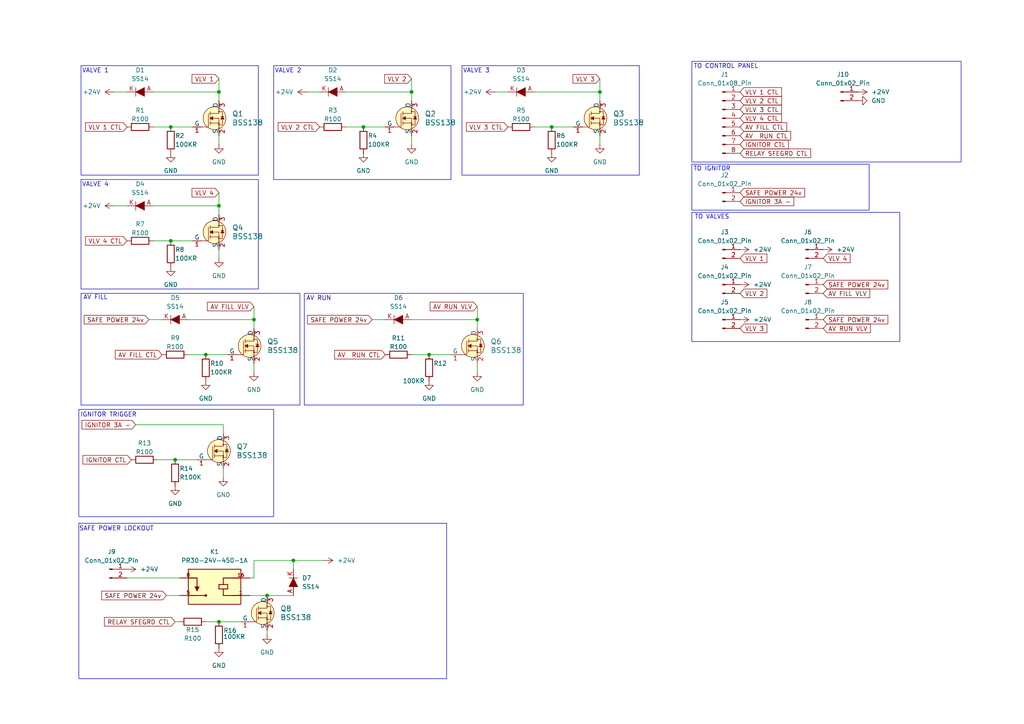
<source format=kicad_sch>
(kicad_sch (version 20250114) (generator "eeschema") (generator_version "9.0")
  (paper "A4")
  (lib_symbols
    (symbol "Connector:Conn_01x02_Pin" (pin_names (offset 1.016) (hide yes))
      (property "Reference" "J" (at 0 2.54 0))
      (property "Value" "Conn_01x02_Pin" (at 0 -5.08 0))
      (symbol "Conn_01x02_Pin_1_1"
        (rectangle (start 0.8636 0.127) (end 0 -0.127) (stroke (width 0.1524)) (fill (type outline)))
        (rectangle (start 0.8636 -2.413) (end 0 -2.667) (stroke (width 0.1524)) (fill (type outline)))
        (polyline (pts (xy 1.27 0) (xy 0.8636 0)) (stroke (width 0.1524)))
        (polyline (pts (xy 1.27 -2.54) (xy 0.8636 -2.54)) (stroke (width 0.1524)))
        (pin passive line (at 5.08 0 180) (length 3.81) (name "Pin_1") (number "1"))
        (pin passive line (at 5.08 -2.54 180) (length 3.81) (name "Pin_2") (number "2"))
      )
    )
    (symbol "Connector:Conn_01x08_Pin" (pin_names (offset 1.016) (hide yes))
      (property "Reference" "J" (at 0 10.16 0))
      (property "Value" "Conn_01x08_Pin" (at 0 -12.7 0))
      (symbol "Conn_01x08_Pin_1_1"
        (rectangle (start 0.8636 7.747) (end 0 7.493) (stroke (width 0.1524)) (fill (type outline)))
        (rectangle (start 0.8636 5.207) (end 0 4.953) (stroke (width 0.1524)) (fill (type outline)))
        (rectangle (start 0.8636 2.667) (end 0 2.413) (stroke (width 0.1524)) (fill (type outline)))
        (rectangle (start 0.8636 0.127) (end 0 -0.127) (stroke (width 0.1524)) (fill (type outline)))
        (rectangle (start 0.8636 -2.413) (end 0 -2.667) (stroke (width 0.1524)) (fill (type outline)))
        (rectangle (start 0.8636 -4.953) (end 0 -5.207) (stroke (width 0.1524)) (fill (type outline)))
        (rectangle (start 0.8636 -7.493) (end 0 -7.747) (stroke (width 0.1524)) (fill (type outline)))
        (rectangle (start 0.8636 -10.033) (end 0 -10.287) (stroke (width 0.1524)) (fill (type outline)))
        (polyline (pts (xy 1.27 7.62) (xy 0.8636 7.62)) (stroke (width 0.1524)))
        (polyline (pts (xy 1.27 5.08) (xy 0.8636 5.08)) (stroke (width 0.1524)))
        (polyline (pts (xy 1.27 2.54) (xy 0.8636 2.54)) (stroke (width 0.1524)))
        (polyline (pts (xy 1.27 0) (xy 0.8636 0)) (stroke (width 0.1524)))
        (polyline (pts (xy 1.27 -2.54) (xy 0.8636 -2.54)) (stroke (width 0.1524)))
        (polyline (pts (xy 1.27 -5.08) (xy 0.8636 -5.08)) (stroke (width 0.1524)))
        (polyline (pts (xy 1.27 -7.62) (xy 0.8636 -7.62)) (stroke (width 0.1524)))
        (polyline (pts (xy 1.27 -10.16) (xy 0.8636 -10.16)) (stroke (width 0.1524)))
        (pin passive line (at 5.08 7.62 180) (length 3.81) (name "Pin_1") (number "1"))
        (pin passive line (at 5.08 5.08 180) (length 3.81) (name "Pin_2") (number "2"))
        (pin passive line (at 5.08 2.54 180) (length 3.81) (name "Pin_3") (number "3"))
        (pin passive line (at 5.08 0 180) (length 3.81) (name "Pin_4") (number "4"))
        (pin passive line (at 5.08 -2.54 180) (length 3.81) (name "Pin_5") (number "5"))
        (pin passive line (at 5.08 -5.08 180) (length 3.81) (name "Pin_6") (number "6"))
        (pin passive line (at 5.08 -7.62 180) (length 3.81) (name "Pin_7") (number "7"))
        (pin passive line (at 5.08 -10.16 180) (length 3.81) (name "Pin_8") (number "8"))
      )
    )
    (symbol "Device:R" (pin_numbers (hide yes)) (pin_names (offset 0))
      (property "Reference" "R" (at 2.032 0 90))
      (property "Value" "R" (at 0 0 90))
      (symbol "R_0_1"
        (rectangle (start -1.016 -2.54) (end 1.016 2.54) (stroke (width 0.254)))
      )
      (symbol "R_1_1"
        (pin passive line (at 0 3.81 270) (length 1.27) (name "~") (number "1"))
        (pin passive line (at 0 -3.81 90) (length 1.27) (name "~") (number "2"))
      )
    )
    (symbol "PR30-24V-450-1A:PR30-24V-450-1A" (pin_names (offset 1.016))
      (property "Reference" "K" (at -7.62 6.35 0))
      (property "Value" "PR30-24V-450-1A" (at -7.62 -7.62 0))
      (symbol "PR30-24V-450-1A_0_0"
        (polyline (pts (xy -7.62 2.54) (xy -2.54 2.54)) (stroke (width 0.254)))
        (polyline (pts (xy -7.62 -2.54) (xy -2.54 -2.54)) (stroke (width 0.254)))
        (rectangle (start -7.62 -5.08) (end 7.62 5.08) (stroke (width 0.254)) (fill (type background)))
        (polyline (pts (xy -3.81 0.635) (xy -2.54 0.635)) (stroke (width 0.254)))
        (polyline (pts (xy -3.81 -0.635) (xy -3.81 0.635)) (stroke (width 0.254)))
        (polyline (pts (xy -2.54 2.54) (xy -2.54 0.635)) (stroke (width 0.254)))
        (polyline (pts (xy -2.54 0.635) (xy -1.27 0.635)) (stroke (width 0.254)))
        (polyline (pts (xy -2.54 -0.635) (xy -3.81 -0.635)) (stroke (width 0.254)))
        (polyline (pts (xy -2.54 -0.635) (xy -2.54 -2.54)) (stroke (width 0.254)))
        (polyline (pts (xy -1.27 0.635) (xy -1.27 -0.635)) (stroke (width 0.254)))
        (polyline (pts (xy -1.27 -0.635) (xy -2.54 -0.635)) (stroke (width 0.254)))
        (circle (center 2.54 2.54) (radius 0.254) (stroke (width 0.254)))
        (polyline (pts (xy 4.445 0) (xy 5.715 0) (xy 5.08 1.27) (xy 4.445 0)) (stroke (width 0.1524)) (fill (type outline)))
        (polyline (pts (xy 5.08 -2.54) (xy 5.08 0)) (stroke (width 0.254)))
        (polyline (pts (xy 7.62 2.54) (xy 2.54 2.54)) (stroke (width 0.254)))
        (polyline (pts (xy 7.62 -2.54) (xy 5.08 -2.54)) (stroke (width 0.254)))
        (pin passive line (at -10.16 2.54 0) (length 5.08) (name "~") (number "1"))
        (pin passive line (at -10.16 -2.54 0) (length 5.08) (name "~") (number "16"))
        (pin passive line (at 10.16 2.54 180) (length 5.08) (name "~") (number "5"))
        (pin passive line (at 10.16 -2.54 180) (length 5.08) (name "~") (number "8"))
      )
    )
    (symbol "dk_Diodes-Rectifiers-Single:SS14" (pin_names (offset 1.016))
      (property "Reference" "D" (at 1.27 2.54 0))
      (property "Value" "SS14" (at 1.27 -2.54 0))
      (symbol "SS14_0_1"
        (polyline (pts (xy 0 1.27) (xy 0 -1.27)))
        (polyline (pts (xy 0 0) (xy 2.54 0)))
        (polyline (pts (xy 2.54 1.27) (xy 2.54 -1.27) (xy 0 0) (xy 2.54 1.27)) (fill (type outline)))
      )
      (symbol "SS14_1_1"
        (pin passive line (at -2.54 0 0) (length 2.54) (name "~") (number "K"))
        (pin passive line (at 5.08 0 180) (length 2.54) (name "~") (number "A"))
      )
    )
    (symbol "dk_Transistors-FETs-MOSFETs-Single:BSS138" (pin_names (offset 0))
      (property "Reference" "Q" (at -2.6924 3.6322 0))
      (property "Value" "BSS138" (at 3.4544 0 90))
      (symbol "BSS138_0_1"
        (polyline (pts (xy -5.08 -2.54) (xy -3.048 -2.54) (xy -3.048 1.397)))
        (circle (center -1.27 0) (radius 3.302) (fill (type background)))
        (polyline (pts (xy -0.127 -1.905) (xy 1.016 -1.905) (xy 1.016 1.397) (xy 1.016 1.905) (xy -0.127 1.905)))
        (polyline (pts (xy 0 2.54) (xy 0 1.397) (xy -2.54 1.397)))
        (circle (center 0 1.905) (radius 0.127))
        (polyline (pts (xy 0 -1.397) (xy -2.54 -1.397)))
        (circle (center 0 -1.397) (radius 0.127))
        (circle (center 0 -1.905) (radius 0.127))
        (polyline (pts (xy 0 -2.54) (xy 0 0) (xy -2.54 0)))
      )
      (symbol "BSS138_1_1"
        (polyline (pts (xy -2.54 1.905) (xy -2.54 0.889)))
        (polyline (pts (xy -2.54 0) (xy -2.54 0.508)))
        (polyline (pts (xy -2.54 0) (xy -2.54 -0.508)))
        (polyline (pts (xy -2.54 0) (xy -1.778 0.508) (xy -1.778 -0.508) (xy -2.54 0)) (fill (type outline)))
        (polyline (pts (xy -2.54 -1.397) (xy -2.54 -0.889)))
        (polyline (pts (xy -2.54 -1.397) (xy -2.54 -1.905)))
        (polyline (pts (xy 1.016 0.508) (xy 0.508 -0.254) (xy 1.524 -0.254) (xy 1.016 0.508)) (fill (type outline)))
        (polyline (pts (xy 1.524 0.508) (xy 0.508 0.508)))
        (pin bidirectional line (at -7.62 -2.54 0) (length 2.54) (name "G") (number "1"))
        (pin bidirectional line (at 0 5.08 270) (length 2.54) (name "D") (number "3"))
        (pin bidirectional line (at 0 -5.08 90) (length 2.54) (name "S") (number "2"))
      )
    )
    (symbol "power:+24V" (power) (pin_numbers (hide yes)) (pin_names (offset 0) (hide yes))
      (property "Value" "+24V" (at 0 3.556 0))
      (symbol "+24V_0_1"
        (polyline (pts (xy -0.762 1.27) (xy 0 2.54)))
        (polyline (pts (xy 0 2.54) (xy 0.762 1.27)))
        (polyline (pts (xy 0 0) (xy 0 2.54)))
      )
      (symbol "+24V_1_1"
        (pin power_in line (at 0 0 90) (length 0) (name "~") (number "1"))
      )
    )
    (symbol "power:GND" (power) (pin_numbers (hide yes)) (pin_names (offset 0) (hide yes))
      (property "Value" "GND" (at 0 -3.81 0))
      (symbol "GND_0_1"
        (polyline (pts (xy 0 0) (xy 0 -1.27) (xy 1.27 -1.27) (xy 0 -2.54) (xy -1.27 -1.27) (xy 0 -1.27)))
      )
      (symbol "GND_1_1"
        (pin power_in line (at 0 0 270) (length 0) (name "~") (number "1"))
      )
    )
  )
  (rectangle (start 79.375 19.05) (end 130.81 52.07))
  (rectangle (start 22.86 118.745) (end 79.375 149.86))
  (rectangle (start 22.86 151.765) (end 129.54 196.85))
  (rectangle (start 88.265 85.09) (end 151.765 117.475))
  (rectangle (start 23.495 19.05) (end 74.93 50.8))
  (rectangle (start 23.495 85.09) (end 86.995 117.475))
  (rectangle (start 133.985 19.05) (end 185.42 50.8))
  (rectangle (start 200.66 17.78) (end 278.765 46.99))
  (rectangle (start 23.495 52.07) (end 74.93 83.82))
  (rectangle (start 200.66 47.625) (end 252.095 60.96))
  (rectangle (start 200.66 61.595) (end 260.985 99.06))
  (text "AV RUN" (at 92.456 86.614 0) (effects (font (size 1.27 1.27))))
  (text "VALVE 2\n" (at 83.566 20.574 0) (effects (font (size 1.27 1.27))))
  (text "TO VALVES" (at 206.502 62.992 0) (effects (font (size 1.27 1.27))))
  (text "VALVE 3\n" (at 138.176 20.574 0) (effects (font (size 1.27 1.27))))
  (text "SAFE POWER LOCKOUT\n" (at 33.782 153.416 0) (effects (font (size 1.27 1.27))))
  (text "IGNITOR TRIGGER" (at 31.496 120.396 0) (effects (font (size 1.27 1.27))))
  (text "AV FILL\n" (at 27.686 86.36 0) (effects (font (size 1.27 1.27))))
  (text "VALVE 1\n" (at 27.686 20.574 0) (effects (font (size 1.27 1.27))))
  (text "TO CONTROL PANEL\n" (at 210.566 19.304 0) (effects (font (size 1.27 1.27))))
  (text "VALVE 4\n" (at 27.686 53.594 0) (effects (font (size 1.27 1.27))))
  (text "TO IGNITOR\n" (at 206.502 49.022 0) (effects (font (size 1.27 1.27))))
  (junction (at 63.5 26.67))
  (junction (at 50.8 133.35))
  (junction (at 59.69 102.87))
  (junction (at 63.5 59.69))
  (junction (at 124.46 102.87))
  (junction (at 49.53 69.85))
  (junction (at 49.53 36.83))
  (junction (at 138.43 92.71))
  (junction (at 73.66 92.71))
  (junction (at 173.99 26.67))
  (junction (at 85.09 162.56))
  (junction (at 63.5 180.34))
  (junction (at 119.38 26.67))
  (junction (at 77.47 172.72))
  (junction (at 105.41 36.83))
  (junction (at 160.02 36.83))
  (wire (pts (xy 44.45 59.69) (xy 63.5 59.69)))
  (wire (pts (xy 73.66 92.71) (xy 73.66 95.25)))
  (wire (pts (xy 138.43 88.9) (xy 138.43 92.71)))
  (wire (pts (xy 39.37 123.19) (xy 64.77 123.19)))
  (wire (pts (xy 88.9 26.67) (xy 92.71 26.67)))
  (wire (pts (xy 49.53 69.85) (xy 55.88 69.85)))
  (wire (pts (xy 43.18 92.71) (xy 46.99 92.71)))
  (wire (pts (xy 173.99 22.86) (xy 173.99 26.67)))
  (wire (pts (xy 107.95 92.71) (xy 111.76 92.71)))
  (wire (pts (xy 93.98 162.56) (xy 85.09 162.56)))
  (wire (pts (xy 64.77 135.89) (xy 64.77 138.43)))
  (wire (pts (xy 160.02 36.83) (xy 166.37 36.83)))
  (wire (pts (xy 154.94 36.83) (xy 160.02 36.83)))
  (wire (pts (xy 63.5 26.67) (xy 63.5 29.21)))
  (wire (pts (xy 44.45 69.85) (xy 49.53 69.85)))
  (wire (pts (xy 173.99 26.67) (xy 173.99 29.21)))
  (wire (pts (xy 119.38 26.67) (xy 119.38 29.21)))
  (wire (pts (xy 63.5 39.37) (xy 63.5 41.91)))
  (wire (pts (xy 54.61 92.71) (xy 73.66 92.71)))
  (wire (pts (xy 124.46 102.87) (xy 130.81 102.87)))
  (wire (pts (xy 100.33 26.67) (xy 119.38 26.67)))
  (wire (pts (xy 154.94 26.67) (xy 173.99 26.67)))
  (wire (pts (xy 77.47 182.88) (xy 77.47 184.15)))
  (wire (pts (xy 138.43 105.41) (xy 138.43 107.95)))
  (wire (pts (xy 36.83 167.64) (xy 52.07 167.64)))
  (wire (pts (xy 44.45 36.83) (xy 49.53 36.83)))
  (wire (pts (xy 119.38 102.87) (xy 124.46 102.87)))
  (wire (pts (xy 33.02 26.67) (xy 36.83 26.67)))
  (wire (pts (xy 48.26 172.72) (xy 52.07 172.72)))
  (wire (pts (xy 138.43 92.71) (xy 138.43 95.25)))
  (wire (pts (xy 119.38 22.86) (xy 119.38 26.67)))
  (wire (pts (xy 50.8 133.35) (xy 57.15 133.35)))
  (wire (pts (xy 54.61 102.87) (xy 59.69 102.87)))
  (wire (pts (xy 73.66 88.9) (xy 73.66 92.71)))
  (wire (pts (xy 77.47 172.72) (xy 85.09 172.72)))
  (wire (pts (xy 44.45 26.67) (xy 63.5 26.67)))
  (wire (pts (xy 72.39 172.72) (xy 77.47 172.72)))
  (wire (pts (xy 143.51 26.67) (xy 147.32 26.67)))
  (wire (pts (xy 63.5 180.34) (xy 69.85 180.34)))
  (wire (pts (xy 45.72 133.35) (xy 50.8 133.35)))
  (wire (pts (xy 52.07 180.34) (xy 50.8 180.34)))
  (wire (pts (xy 59.69 102.87) (xy 66.04 102.87)))
  (wire (pts (xy 173.99 39.37) (xy 173.99 41.91)))
  (wire (pts (xy 33.02 59.69) (xy 36.83 59.69)))
  (wire (pts (xy 85.09 162.56) (xy 85.09 165.1)))
  (wire (pts (xy 64.77 123.19) (xy 64.77 125.73)))
  (wire (pts (xy 119.38 92.71) (xy 138.43 92.71)))
  (wire (pts (xy 100.33 36.83) (xy 105.41 36.83)))
  (wire (pts (xy 49.53 36.83) (xy 55.88 36.83)))
  (wire (pts (xy 73.66 105.41) (xy 73.66 107.95)))
  (wire (pts (xy 85.09 162.56) (xy 73.66 162.56)))
  (wire (pts (xy 119.38 39.37) (xy 119.38 41.91)))
  (wire (pts (xy 73.66 167.64) (xy 72.39 167.64)))
  (wire (pts (xy 105.41 36.83) (xy 111.76 36.83)))
  (wire (pts (xy 63.5 59.69) (xy 63.5 62.23)))
  (wire (pts (xy 63.5 22.86) (xy 63.5 26.67)))
  (wire (pts (xy 59.69 180.34) (xy 63.5 180.34)))
  (wire (pts (xy 63.5 55.88) (xy 63.5 59.69)))
  (wire (pts (xy 73.66 162.56) (xy 73.66 167.64)))
  (wire (pts (xy 63.5 72.39) (xy 63.5 74.93)))
  (global_label "VLV 2" (shape input) (at 119.38 22.86 180) (property "Intersheetrefs" "${INTERSHEET_REFS}" (effects (hide yes))))
  (global_label "VLV 4" (shape input) (at 238.76 74.93 0) (property "Intersheetrefs" "${INTERSHEET_REFS}" (effects (hide yes))))
  (global_label "SAFE POWER 24v" (shape input) (at 107.95 92.71 180) (property "Intersheetrefs" "${INTERSHEET_REFS}" (effects (hide yes))))
  (global_label "VLV 3" (shape input) (at 173.99 22.86 180) (property "Intersheetrefs" "${INTERSHEET_REFS}" (effects (hide yes))))
  (global_label "AV RUN VLV" (shape input) (at 238.76 95.25 0) (property "Intersheetrefs" "${INTERSHEET_REFS}" (effects (hide yes))))
  (global_label "VLV 2 CTL" (shape input) (at 214.63 29.21 0) (property "Intersheetrefs" "${INTERSHEET_REFS}" (effects (hide yes))))
  (global_label "AV  RUN CTL" (shape input) (at 214.63 39.37 0) (property "Intersheetrefs" "${INTERSHEET_REFS}" (effects (hide yes))))
  (global_label "AV RUN VLV" (shape input) (at 138.43 88.9 180) (property "Intersheetrefs" "${INTERSHEET_REFS}" (effects (hide yes))))
  (global_label "VLV 3" (shape input) (at 214.63 95.25 0) (property "Intersheetrefs" "${INTERSHEET_REFS}" (effects (hide yes))))
  (global_label "VLV 4 CTL" (shape input) (at 36.83 69.85 180) (property "Intersheetrefs" "${INTERSHEET_REFS}" (effects (hide yes))))
  (global_label "IGNITOR CTL" (shape input) (at 38.1 133.35 180) (property "Intersheetrefs" "${INTERSHEET_REFS}" (effects (hide yes))))
  (global_label "RELAY SFEGRD CTL" (shape input) (at 50.8 180.34 180) (property "Intersheetrefs" "${INTERSHEET_REFS}" (effects (hide yes))))
  (global_label "SAFE POWER 24v" (shape input) (at 48.26 172.72 180) (property "Intersheetrefs" "${INTERSHEET_REFS}" (effects (hide yes))))
  (global_label "VLV 4 CTL" (shape input) (at 214.63 34.29 0) (property "Intersheetrefs" "${INTERSHEET_REFS}" (effects (hide yes))))
  (global_label "IGNITOR 3A -" (shape input) (at 39.37 123.19 180) (property "Intersheetrefs" "${INTERSHEET_REFS}" (effects (hide yes))))
  (global_label "VLV 1 CTL" (shape input) (at 214.63 26.67 0) (property "Intersheetrefs" "${INTERSHEET_REFS}" (effects (hide yes))))
  (global_label "VLV 2" (shape input) (at 214.63 85.09 0) (property "Intersheetrefs" "${INTERSHEET_REFS}" (effects (hide yes))))
  (global_label "VLV 1 CTL" (shape input) (at 36.83 36.83 180) (property "Intersheetrefs" "${INTERSHEET_REFS}" (effects (hide yes))))
  (global_label "AV FILL CTL" (shape input) (at 214.63 36.83 0) (property "Intersheetrefs" "${INTERSHEET_REFS}" (effects (hide yes))))
  (global_label "SAFE POWER 24v" (shape input) (at 238.76 82.55 0) (property "Intersheetrefs" "${INTERSHEET_REFS}" (effects (hide yes))))
  (global_label "AV FILL VLV" (shape input) (at 238.76 85.09 0) (property "Intersheetrefs" "${INTERSHEET_REFS}" (effects (hide yes))))
  (global_label "SAFE POWER 24v" (shape input) (at 214.63 55.88 0) (property "Intersheetrefs" "${INTERSHEET_REFS}" (effects (hide yes))))
  (global_label "VLV 3 CTL" (shape input) (at 147.32 36.83 180) (property "Intersheetrefs" "${INTERSHEET_REFS}" (effects (hide yes))))
  (global_label "IGNITOR CTL" (shape input) (at 214.63 41.91 0) (property "Intersheetrefs" "${INTERSHEET_REFS}" (effects (hide yes))))
  (global_label "VLV 2 CTL" (shape input) (at 92.71 36.83 180) (property "Intersheetrefs" "${INTERSHEET_REFS}" (effects (hide yes))))
  (global_label "AV  RUN CTL" (shape input) (at 111.76 102.87 180) (property "Intersheetrefs" "${INTERSHEET_REFS}" (effects (hide yes))))
  (global_label "VLV 1" (shape input) (at 63.5 22.86 180) (property "Intersheetrefs" "${INTERSHEET_REFS}" (effects (hide yes))))
  (global_label "AV FILL CTL" (shape input) (at 46.99 102.87 180) (property "Intersheetrefs" "${INTERSHEET_REFS}" (effects (hide yes))))
  (global_label "SAFE POWER 24v" (shape input) (at 43.18 92.71 180) (property "Intersheetrefs" "${INTERSHEET_REFS}" (effects (hide yes))))
  (global_label "IGNITOR 3A -" (shape input) (at 214.63 58.42 0) (property "Intersheetrefs" "${INTERSHEET_REFS}" (effects (hide yes))))
  (global_label "RELAY SFEGRD CTL" (shape input) (at 214.63 44.45 0) (property "Intersheetrefs" "${INTERSHEET_REFS}" (effects (hide yes))))
  (global_label "SAFE POWER 24v" (shape input) (at 238.76 92.71 0) (property "Intersheetrefs" "${INTERSHEET_REFS}" (effects (hide yes))))
  (global_label "VLV 3 CTL" (shape input) (at 214.63 31.75 0) (property "Intersheetrefs" "${INTERSHEET_REFS}" (effects (hide yes))))
  (global_label "VLV 1" (shape input) (at 214.63 74.93 0) (property "Intersheetrefs" "${INTERSHEET_REFS}" (effects (hide yes))))
  (global_label "AV FILL VLV" (shape input) (at 73.66 88.9 180) (property "Intersheetrefs" "${INTERSHEET_REFS}" (effects (hide yes))))
  (global_label "VLV 4" (shape input) (at 63.5 55.88 180) (property "Intersheetrefs" "${INTERSHEET_REFS}" (effects (hide yes))))
  (symbol (lib_id "dk_Diodes-Rectifiers-Single:SS14") (at 49.53 92.71 0) (unit 1)
    (property "Reference" "D5" (at 50.8 86.36 0))
    (property "Value" "SS14" (at 50.8 88.9 0))
    (property "Footprint" "digikey-footprints:DO-214AC" (effects (hide yes)))
    (property "Datasheet" "https://www.onsemi.com/pub/Collateral/SS19-D.PDF" (effects (hide yes)))
    (property "Description" "DIODE SCHOTTKY 40V 1A SMA" (effects (hide yes)))
    (property "Digi-Key_PN" "SS14CT-ND" (effects (hide yes)))
    (property "MPN" "SS14" (effects (hide yes)))
    (property "Category" "Discrete Semiconductor Products" (effects (hide yes)))
    (property "Family" "Diodes - Rectifiers - Single" (effects (hide yes)))
    (property "DK_Datasheet_Link" "https://www.onsemi.com/pub/Collateral/SS19-D.PDF" (effects (hide yes)))
    (property "DK_Detail_Page" "/product-detail/en/on-semiconductor/SS14/SS14CT-ND/965729" (effects (hide yes)))
    (property "Description_1" "DIODE SCHOTTKY 40V 1A SMA" (effects (hide yes)))
    (property "Manufacturer" "ON Semiconductor" (effects (hide yes)))
    (property "Status" "Active" (effects (hide yes)))
  )
  (symbol (lib_id "power:+24V") (at 93.98 162.56 270) (unit 1)
    (property "Reference" "#PWR024" (effects (hide yes)))
    (property "Value" "+24V" (at 97.79 162.5599 90) (effects (justify left)))
    (property "Description" "Power symbol creates a global label with name \"+24V\"" (effects (hide yes)))
  )
  (symbol (lib_id "Device:R") (at 40.64 36.83 90) (unit 1)
    (property "Reference" "R1" (at 40.64 32.004 90))
    (property "Value" "R100" (at 40.64 34.544 90))
    (property "Footprint" "PCM_JLCPCB:R_0805" (effects (hide yes)))
    (property "Description" "Resistor" (effects (hide yes)))
  )
  (symbol (lib_id "Connector:Conn_01x02_Pin") (at 243.84 26.67 0) (unit 1)
    (property "Reference" "J10" (at 244.475 21.59 0))
    (property "Value" "Conn_01x02_Pin" (at 244.475 24.13 0))
    (property "Footprint" "Connector_Molex:Molex_Micro-Fit_3.0_43650-0200_1x02_P3.00mm_Horizontal" (effects (hide yes)))
    (property "Description" "Generic connector, single row, 01x02, script generated" (effects (hide yes)))
  )
  (symbol (lib_id "power:+24V") (at 33.02 26.67 90) (unit 1)
    (property "Reference" "#PWR02" (effects (hide yes)))
    (property "Value" "+24V" (at 29.21 26.6699 90) (effects (justify left)))
    (property "Description" "Power symbol creates a global label with name \"+24V\"" (effects (hide yes)))
  )
  (symbol (lib_id "dk_Diodes-Rectifiers-Single:SS14") (at 149.86 26.67 0) (unit 1)
    (property "Reference" "D3" (at 151.13 20.32 0))
    (property "Value" "SS14" (at 151.13 22.86 0))
    (property "Footprint" "digikey-footprints:DO-214AC" (effects (hide yes)))
    (property "Datasheet" "https://www.onsemi.com/pub/Collateral/SS19-D.PDF" (effects (hide yes)))
    (property "Description" "DIODE SCHOTTKY 40V 1A SMA" (effects (hide yes)))
    (property "Digi-Key_PN" "SS14CT-ND" (effects (hide yes)))
    (property "MPN" "SS14" (effects (hide yes)))
    (property "Category" "Discrete Semiconductor Products" (effects (hide yes)))
    (property "Family" "Diodes - Rectifiers - Single" (effects (hide yes)))
    (property "DK_Datasheet_Link" "https://www.onsemi.com/pub/Collateral/SS19-D.PDF" (effects (hide yes)))
    (property "DK_Detail_Page" "/product-detail/en/on-semiconductor/SS14/SS14CT-ND/965729" (effects (hide yes)))
    (property "Description_1" "DIODE SCHOTTKY 40V 1A SMA" (effects (hide yes)))
    (property "Manufacturer" "ON Semiconductor" (effects (hide yes)))
    (property "Status" "Active" (effects (hide yes)))
  )
  (symbol (lib_id "dk_Transistors-FETs-MOSFETs-Single:BSS138") (at 173.99 34.29 0) (unit 1)
    (property "Reference" "Q3" (at 177.8 33.0199 0) (effects (font (size 1.524 1.524)) (justify left)))
    (property "Value" "BSS138" (at 177.8 35.5599 0) (effects (font (size 1.524 1.524)) (justify left)))
    (property "Footprint" "digikey-footprints:SOT-23-3" (effects (hide yes)))
    (property "Datasheet" "https://www.onsemi.com/pub/Collateral/BSS138-D.PDF" (effects (hide yes)))
    (property "Description" "MOSFET N-CH 50V 220MA SOT-23" (effects (hide yes)))
    (property "Digi-Key_PN" "BSS138CT-ND" (effects (hide yes)))
    (property "MPN" "BSS138" (effects (hide yes)))
    (property "Category" "Discrete Semiconductor Products" (effects (hide yes)))
    (property "Family" "Transistors - FETs, MOSFETs - Single" (effects (hide yes)))
    (property "DK_Datasheet_Link" "https://www.onsemi.com/pub/Collateral/BSS138-D.PDF" (effects (hide yes)))
    (property "DK_Detail_Page" "/product-detail/en/on-semiconductor/BSS138/BSS138CT-ND/244294" (effects (hide yes)))
    (property "Description_1" "MOSFET N-CH 50V 220MA SOT-23" (effects (hide yes)))
    (property "Manufacturer" "ON Semiconductor" (effects (hide yes)))
    (property "Status" "Active" (effects (hide yes)))
  )
  (symbol (lib_id "power:+24V") (at 33.02 59.69 90) (unit 1)
    (property "Reference" "#PWR07" (effects (hide yes)))
    (property "Value" "+24V" (at 29.21 59.6899 90) (effects (justify left)))
    (property "Description" "Power symbol creates a global label with name \"+24V\"" (effects (hide yes)))
  )
  (symbol (lib_id "power:+24V") (at 36.83 165.1 270) (unit 1)
    (property "Reference" "#PWR011" (effects (hide yes)))
    (property "Value" "+24V" (at 40.64 165.0999 90) (effects (justify left)))
    (property "Description" "Power symbol creates a global label with name \"+24V\"" (effects (hide yes)))
  )
  (symbol (lib_id "Connector:Conn_01x02_Pin") (at 31.75 165.1 0) (unit 1)
    (property "Reference" "J9" (at 32.385 160.02 0))
    (property "Value" "Conn_01x02_Pin" (at 32.385 162.56 0))
    (property "Footprint" "Connector_Phoenix_MSTB:PhoenixContact_MSTBVA_2,5_2-G_1x02_P5.00mm_Vertical" (effects (hide yes)))
    (property "Description" "Generic connector, single row, 01x02, script generated" (effects (hide yes)))
  )
  (symbol (lib_id "Device:R") (at 96.52 36.83 90) (unit 1)
    (property "Reference" "R3" (at 96.52 32.004 90))
    (property "Value" "R100" (at 96.52 34.544 90))
    (property "Footprint" "PCM_JLCPCB:R_0805" (effects (hide yes)))
    (property "Description" "Resistor" (effects (hide yes)))
  )
  (symbol (lib_id "Device:R") (at 115.57 102.87 90) (unit 1)
    (property "Reference" "R11" (at 115.57 98.044 90))
    (property "Value" "R100" (at 115.57 100.584 90))
    (property "Footprint" "PCM_JLCPCB:R_0805" (effects (hide yes)))
    (property "Description" "Resistor" (effects (hide yes)))
  )
  (symbol (lib_id "Device:R") (at 50.8 102.87 90) (unit 1)
    (property "Reference" "R9" (at 50.8 98.044 90))
    (property "Value" "R100" (at 50.8 100.584 90))
    (property "Footprint" "PCM_JLCPCB:R_0805" (effects (hide yes)))
    (property "Description" "Resistor" (effects (hide yes)))
  )
  (symbol (lib_id "power:+24V") (at 143.51 26.67 90) (unit 1)
    (property "Reference" "#PWR05" (effects (hide yes)))
    (property "Value" "+24V" (at 139.7 26.6699 90) (effects (justify left)))
    (property "Description" "Power symbol creates a global label with name \"+24V\"" (effects (hide yes)))
  )
  (symbol (lib_id "power:GND") (at 124.46 110.49 0) (unit 1)
    (property "Reference" "#PWR019" (effects (hide yes)))
    (property "Value" "GND" (at 124.46 115.57 0))
    (property "Description" "Power symbol creates a global label with name \"GND\" , ground" (effects (hide yes)))
  )
  (symbol (lib_id "Device:R") (at 151.13 36.83 90) (unit 1)
    (property "Reference" "R5" (at 151.13 32.004 90))
    (property "Value" "R100" (at 151.13 34.544 90))
    (property "Footprint" "PCM_JLCPCB:R_0805" (effects (hide yes)))
    (property "Description" "Resistor" (effects (hide yes)))
  )
  (symbol (lib_id "Device:R") (at 63.5 184.15 180) (unit 1)
    (property "Reference" "R16" (at 64.77 182.88 0) (effects (justify right)))
    (property "Value" "100KR" (at 71.12 184.658 0) (effects (justify left)))
    (property "Footprint" "Resistor_SMD:R_0402_1005Metric" (effects (hide yes)))
    (property "Description" "Resistor" (effects (hide yes)))
  )
  (symbol (lib_id "power:GND") (at 160.02 44.45 0) (unit 1)
    (property "Reference" "#PWR017" (effects (hide yes)))
    (property "Value" "GND" (at 160.02 49.53 0))
    (property "Description" "Power symbol creates a global label with name \"GND\" , ground" (effects (hide yes)))
  )
  (symbol (lib_id "Device:R") (at 59.69 106.68 180) (unit 1)
    (property "Reference" "R10" (at 60.96 105.41 0) (effects (justify right)))
    (property "Value" "100KR" (at 60.96 107.95 0) (effects (justify right)))
    (property "Footprint" "Resistor_SMD:R_0402_1005Metric" (effects (hide yes)))
    (property "Description" "Resistor" (effects (hide yes)))
  )
  (symbol (lib_id "power:GND") (at 59.69 110.49 0) (unit 1)
    (property "Reference" "#PWR09" (effects (hide yes)))
    (property "Value" "GND" (at 59.69 115.57 0))
    (property "Description" "Power symbol creates a global label with name \"GND\" , ground" (effects (hide yes)))
  )
  (symbol (lib_id "Device:R") (at 40.64 69.85 90) (unit 1)
    (property "Reference" "R7" (at 40.64 65.024 90))
    (property "Value" "R100" (at 40.64 67.564 90))
    (property "Footprint" "PCM_JLCPCB:R_0805" (effects (hide yes)))
    (property "Description" "Resistor" (effects (hide yes)))
  )
  (symbol (lib_id "Device:R") (at 49.53 73.66 180) (unit 1)
    (property "Reference" "R8" (at 50.8 72.39 0) (effects (justify right)))
    (property "Value" "100KR" (at 50.8 74.93 0) (effects (justify right)))
    (property "Footprint" "Resistor_SMD:R_0402_1005Metric" (effects (hide yes)))
    (property "Description" "Resistor" (effects (hide yes)))
  )
  (symbol (lib_id "power:+24V") (at 214.63 92.71 270) (unit 1)
    (property "Reference" "#PWR022" (effects (hide yes)))
    (property "Value" "+24V" (at 218.44 92.7099 90) (effects (justify left)))
    (property "Description" "Power symbol creates a global label with name \"+24V\"" (effects (hide yes)))
  )
  (symbol (lib_id "Device:R") (at 49.53 40.64 180) (unit 1)
    (property "Reference" "R2" (at 50.8 39.37 0) (effects (justify right)))
    (property "Value" "100KR" (at 50.8 41.91 0) (effects (justify right)))
    (property "Footprint" "Resistor_SMD:R_0402_1005Metric" (effects (hide yes)))
    (property "Description" "Resistor" (effects (hide yes)))
  )
  (symbol (lib_id "Connector:Conn_01x02_Pin") (at 209.55 55.88 0) (unit 1)
    (property "Reference" "J2" (at 210.185 50.8 0))
    (property "Value" "Conn_01x02_Pin" (at 210.185 53.34 0))
    (property "Footprint" "Connector_JST:JST_XH_B2B-XH-AM_1x02_P2.50mm_Vertical" (effects (hide yes)))
    (property "Description" "Generic connector, single row, 01x02, script generated" (effects (hide yes)))
  )
  (symbol (lib_id "dk_Diodes-Rectifiers-Single:SS14") (at 39.37 26.67 0) (unit 1)
    (property "Reference" "D1" (at 40.64 20.32 0))
    (property "Value" "SS14" (at 40.64 22.86 0))
    (property "Footprint" "digikey-footprints:DO-214AC" (effects (hide yes)))
    (property "Datasheet" "https://www.onsemi.com/pub/Collateral/SS19-D.PDF" (effects (hide yes)))
    (property "Description" "DIODE SCHOTTKY 40V 1A SMA" (effects (hide yes)))
    (property "Digi-Key_PN" "SS14CT-ND" (effects (hide yes)))
    (property "MPN" "SS14" (effects (hide yes)))
    (property "Category" "Discrete Semiconductor Products" (effects (hide yes)))
    (property "Family" "Diodes - Rectifiers - Single" (effects (hide yes)))
    (property "DK_Datasheet_Link" "https://www.onsemi.com/pub/Collateral/SS19-D.PDF" (effects (hide yes)))
    (property "DK_Detail_Page" "/product-detail/en/on-semiconductor/SS14/SS14CT-ND/965729" (effects (hide yes)))
    (property "Description_1" "DIODE SCHOTTKY 40V 1A SMA" (effects (hide yes)))
    (property "Manufacturer" "ON Semiconductor" (effects (hide yes)))
    (property "Status" "Active" (effects (hide yes)))
  )
  (symbol (lib_id "power:GND") (at 64.77 138.43 0) (unit 1)
    (property "Reference" "#PWR013" (effects (hide yes)))
    (property "Value" "GND" (at 64.77 143.51 0))
    (property "Description" "Power symbol creates a global label with name \"GND\" , ground" (effects (hide yes)))
  )
  (symbol (lib_id "power:+24V") (at 214.63 72.39 270) (unit 1)
    (property "Reference" "#PWR020" (effects (hide yes)))
    (property "Value" "+24V" (at 218.44 72.3899 90) (effects (justify left)))
    (property "Description" "Power symbol creates a global label with name \"+24V\"" (effects (hide yes)))
  )
  (symbol (lib_id "power:GND") (at 77.47 184.15 0) (unit 1)
    (property "Reference" "#PWR026" (effects (hide yes)))
    (property "Value" "GND" (at 77.47 189.23 0))
    (property "Description" "Power symbol creates a global label with name \"GND\" , ground" (effects (hide yes)))
  )
  (symbol (lib_id "dk_Transistors-FETs-MOSFETs-Single:BSS138") (at 77.47 177.8 0) (unit 1)
    (property "Reference" "Q8" (at 81.28 176.5299 0) (effects (font (size 1.524 1.524)) (justify left)))
    (property "Value" "BSS138" (at 81.28 179.0699 0) (effects (font (size 1.524 1.524)) (justify left)))
    (property "Footprint" "digikey-footprints:SOT-23-3" (effects (hide yes)))
    (property "Datasheet" "https://www.onsemi.com/pub/Collateral/BSS138-D.PDF" (effects (hide yes)))
    (property "Description" "MOSFET N-CH 50V 220MA SOT-23" (effects (hide yes)))
    (property "Digi-Key_PN" "BSS138CT-ND" (effects (hide yes)))
    (property "MPN" "BSS138" (effects (hide yes)))
    (property "Category" "Discrete Semiconductor Products" (effects (hide yes)))
    (property "Family" "Transistors - FETs, MOSFETs - Single" (effects (hide yes)))
    (property "DK_Datasheet_Link" "https://www.onsemi.com/pub/Collateral/BSS138-D.PDF" (effects (hide yes)))
    (property "DK_Detail_Page" "/product-detail/en/on-semiconductor/BSS138/BSS138CT-ND/244294" (effects (hide yes)))
    (property "Description_1" "MOSFET N-CH 50V 220MA SOT-23" (effects (hide yes)))
    (property "Manufacturer" "ON Semiconductor" (effects (hide yes)))
    (property "Status" "Active" (effects (hide yes)))
  )
  (symbol (lib_id "Connector:Conn_01x02_Pin") (at 233.68 92.71 0) (unit 1)
    (property "Reference" "J8" (at 234.315 87.63 0))
    (property "Value" "Conn_01x02_Pin" (at 234.315 90.17 0))
    (property "Footprint" "Connector_JST:JST_XH_B2B-XH-AM_1x02_P2.50mm_Vertical" (effects (hide yes)))
    (property "Description" "Generic connector, single row, 01x02, script generated" (effects (hide yes)))
  )
  (symbol (lib_id "Connector:Conn_01x02_Pin") (at 209.55 92.71 0) (unit 1)
    (property "Reference" "J5" (at 210.185 87.63 0))
    (property "Value" "Conn_01x02_Pin" (at 210.185 90.17 0))
    (property "Footprint" "Connector_JST:JST_XH_B2B-XH-AM_1x02_P2.50mm_Vertical" (effects (hide yes)))
    (property "Description" "Generic connector, single row, 01x02, script generated" (effects (hide yes)))
  )
  (symbol (lib_id "Connector:Conn_01x08_Pin") (at 209.55 34.29 0) (unit 1)
    (property "Reference" "J1" (at 210.185 21.59 0))
    (property "Value" "Conn_01x08_Pin" (at 210.185 24.13 0))
    (property "Footprint" "Connector_Molex:Molex_Micro-Fit_3.0_43045-1600_2x08_P3.00mm_Horizontal" (effects (hide yes)))
    (property "Description" "Generic connector, single row, 01x08, script generated" (effects (hide yes)))
  )
  (symbol (lib_id "Device:R") (at 160.02 40.64 180) (unit 1)
    (property "Reference" "R6" (at 161.29 39.37 0) (effects (justify right)))
    (property "Value" "100KR" (at 161.29 41.91 0) (effects (justify right)))
    (property "Footprint" "Resistor_SMD:R_0402_1005Metric" (effects (hide yes)))
    (property "Description" "Resistor" (effects (hide yes)))
  )
  (symbol (lib_id "Connector:Conn_01x02_Pin") (at 209.55 72.39 0) (unit 1)
    (property "Reference" "J3" (at 210.185 67.31 0))
    (property "Value" "Conn_01x02_Pin" (at 210.185 69.85 0))
    (property "Footprint" "Connector_JST:JST_XH_B2B-XH-AM_1x02_P2.50mm_Vertical" (effects (hide yes)))
    (property "Description" "Generic connector, single row, 01x02, script generated" (effects (hide yes)))
  )
  (symbol (lib_id "power:GND") (at 119.38 41.91 0) (unit 1)
    (property "Reference" "#PWR04" (effects (hide yes)))
    (property "Value" "GND" (at 119.38 46.99 0))
    (property "Description" "Power symbol creates a global label with name \"GND\" , ground" (effects (hide yes)))
  )
  (symbol (lib_id "dk_Transistors-FETs-MOSFETs-Single:BSS138") (at 64.77 130.81 0) (unit 1)
    (property "Reference" "Q7" (at 68.58 129.5399 0) (effects (font (size 1.524 1.524)) (justify left)))
    (property "Value" "BSS138" (at 68.58 132.0799 0) (effects (font (size 1.524 1.524)) (justify left)))
    (property "Footprint" "digikey-footprints:SOT-23-3" (effects (hide yes)))
    (property "Datasheet" "https://www.onsemi.com/pub/Collateral/BSS138-D.PDF" (effects (hide yes)))
    (property "Description" "MOSFET N-CH 50V 220MA SOT-23" (effects (hide yes)))
    (property "Digi-Key_PN" "BSS138CT-ND" (effects (hide yes)))
    (property "MPN" "BSS138" (effects (hide yes)))
    (property "Category" "Discrete Semiconductor Products" (effects (hide yes)))
    (property "Family" "Transistors - FETs, MOSFETs - Single" (effects (hide yes)))
    (property "DK_Datasheet_Link" "https://www.onsemi.com/pub/Collateral/BSS138-D.PDF" (effects (hide yes)))
    (property "DK_Detail_Page" "/product-detail/en/on-semiconductor/BSS138/BSS138CT-ND/244294" (effects (hide yes)))
    (property "Description_1" "MOSFET N-CH 50V 220MA SOT-23" (effects (hide yes)))
    (property "Manufacturer" "ON Semiconductor" (effects (hide yes)))
    (property "Status" "Active" (effects (hide yes)))
  )
  (symbol (lib_id "power:GND") (at 73.66 107.95 0) (unit 1)
    (property "Reference" "#PWR010" (effects (hide yes)))
    (property "Value" "GND" (at 73.66 113.03 0))
    (property "Description" "Power symbol creates a global label with name \"GND\" , ground" (effects (hide yes)))
  )
  (symbol (lib_id "power:+24V") (at 214.63 82.55 270) (unit 1)
    (property "Reference" "#PWR021" (effects (hide yes)))
    (property "Value" "+24V" (at 218.44 82.5499 90) (effects (justify left)))
    (property "Description" "Power symbol creates a global label with name \"+24V\"" (effects (hide yes)))
  )
  (symbol (lib_id "dk_Diodes-Rectifiers-Single:SS14") (at 114.3 92.71 0) (unit 1)
    (property "Reference" "D6" (at 115.57 86.36 0))
    (property "Value" "SS14" (at 115.57 88.9 0))
    (property "Footprint" "digikey-footprints:DO-214AC" (effects (hide yes)))
    (property "Datasheet" "https://www.onsemi.com/pub/Collateral/SS19-D.PDF" (effects (hide yes)))
    (property "Description" "DIODE SCHOTTKY 40V 1A SMA" (effects (hide yes)))
    (property "Digi-Key_PN" "SS14CT-ND" (effects (hide yes)))
    (property "MPN" "SS14" (effects (hide yes)))
    (property "Category" "Discrete Semiconductor Products" (effects (hide yes)))
    (property "Family" "Diodes - Rectifiers - Single" (effects (hide yes)))
    (property "DK_Datasheet_Link" "https://www.onsemi.com/pub/Collateral/SS19-D.PDF" (effects (hide yes)))
    (property "DK_Detail_Page" "/product-detail/en/on-semiconductor/SS14/SS14CT-ND/965729" (effects (hide yes)))
    (property "Description_1" "DIODE SCHOTTKY 40V 1A SMA" (effects (hide yes)))
    (property "Manufacturer" "ON Semiconductor" (effects (hide yes)))
    (property "Status" "Active" (effects (hide yes)))
  )
  (symbol (lib_id "dk_Transistors-FETs-MOSFETs-Single:BSS138") (at 119.38 34.29 0) (unit 1)
    (property "Reference" "Q2" (at 123.19 33.0199 0) (effects (font (size 1.524 1.524)) (justify left)))
    (property "Value" "BSS138" (at 123.19 35.5599 0) (effects (font (size 1.524 1.524)) (justify left)))
    (property "Footprint" "digikey-footprints:SOT-23-3" (effects (hide yes)))
    (property "Datasheet" "https://www.onsemi.com/pub/Collateral/BSS138-D.PDF" (effects (hide yes)))
    (property "Description" "MOSFET N-CH 50V 220MA SOT-23" (effects (hide yes)))
    (property "Digi-Key_PN" "BSS138CT-ND" (effects (hide yes)))
    (property "MPN" "BSS138" (effects (hide yes)))
    (property "Category" "Discrete Semiconductor Products" (effects (hide yes)))
    (property "Family" "Transistors - FETs, MOSFETs - Single" (effects (hide yes)))
    (property "DK_Datasheet_Link" "https://www.onsemi.com/pub/Collateral/BSS138-D.PDF" (effects (hide yes)))
    (property "DK_Detail_Page" "/product-detail/en/on-semiconductor/BSS138/BSS138CT-ND/244294" (effects (hide yes)))
    (property "Description_1" "MOSFET N-CH 50V 220MA SOT-23" (effects (hide yes)))
    (property "Manufacturer" "ON Semiconductor" (effects (hide yes)))
    (property "Status" "Active" (effects (hide yes)))
  )
  (symbol (lib_id "dk_Transistors-FETs-MOSFETs-Single:BSS138") (at 63.5 34.29 0) (unit 1)
    (property "Reference" "Q1" (at 67.31 33.0199 0) (effects (font (size 1.524 1.524)) (justify left)))
    (property "Value" "BSS138" (at 67.31 35.5599 0) (effects (font (size 1.524 1.524)) (justify left)))
    (property "Footprint" "digikey-footprints:SOT-23-3" (effects (hide yes)))
    (property "Datasheet" "https://www.onsemi.com/pub/Collateral/BSS138-D.PDF" (effects (hide yes)))
    (property "Description" "MOSFET N-CH 50V 220MA SOT-23" (effects (hide yes)))
    (property "Digi-Key_PN" "BSS138CT-ND" (effects (hide yes)))
    (property "MPN" "BSS138" (effects (hide yes)))
    (property "Category" "Discrete Semiconductor Products" (effects (hide yes)))
    (property "Family" "Transistors - FETs, MOSFETs - Single" (effects (hide yes)))
    (property "DK_Datasheet_Link" "https://www.onsemi.com/pub/Collateral/BSS138-D.PDF" (effects (hide yes)))
    (property "DK_Detail_Page" "/product-detail/en/on-semiconductor/BSS138/BSS138CT-ND/244294" (effects (hide yes)))
    (property "Description_1" "MOSFET N-CH 50V 220MA SOT-23" (effects (hide yes)))
    (property "Manufacturer" "ON Semiconductor" (effects (hide yes)))
    (property "Status" "Active" (effects (hide yes)))
  )
  (symbol (lib_id "dk_Transistors-FETs-MOSFETs-Single:BSS138") (at 63.5 67.31 0) (unit 1)
    (property "Reference" "Q4" (at 67.31 66.0399 0) (effects (font (size 1.524 1.524)) (justify left)))
    (property "Value" "BSS138" (at 67.31 68.5799 0) (effects (font (size 1.524 1.524)) (justify left)))
    (property "Footprint" "digikey-footprints:SOT-23-3" (effects (hide yes)))
    (property "Datasheet" "https://www.onsemi.com/pub/Collateral/BSS138-D.PDF" (effects (hide yes)))
    (property "Description" "MOSFET N-CH 50V 220MA SOT-23" (effects (hide yes)))
    (property "Digi-Key_PN" "BSS138CT-ND" (effects (hide yes)))
    (property "MPN" "BSS138" (effects (hide yes)))
    (property "Category" "Discrete Semiconductor Products" (effects (hide yes)))
    (property "Family" "Transistors - FETs, MOSFETs - Single" (effects (hide yes)))
    (property "DK_Datasheet_Link" "https://www.onsemi.com/pub/Collateral/BSS138-D.PDF" (effects (hide yes)))
    (property "DK_Detail_Page" "/product-detail/en/on-semiconductor/BSS138/BSS138CT-ND/244294" (effects (hide yes)))
    (property "Description_1" "MOSFET N-CH 50V 220MA SOT-23" (effects (hide yes)))
    (property "Manufacturer" "ON Semiconductor" (effects (hide yes)))
    (property "Status" "Active" (effects (hide yes)))
  )
  (symbol (lib_id "Device:R") (at 55.88 180.34 90) (unit 1)
    (property "Reference" "R15" (at 55.88 182.626 90))
    (property "Value" "R100" (at 55.88 185.166 90))
    (property "Footprint" "PCM_JLCPCB:R_0805" (effects (hide yes)))
    (property "Description" "Resistor" (effects (hide yes)))
  )
  (symbol (lib_id "Device:R") (at 41.91 133.35 90) (unit 1)
    (property "Reference" "R13" (at 41.91 128.524 90))
    (property "Value" "R100" (at 41.91 131.064 90))
    (property "Footprint" "PCM_JLCPCB:R_0805" (effects (hide yes)))
    (property "Description" "Resistor" (effects (hide yes)))
  )
  (symbol (lib_id "power:GND") (at 105.41 44.45 0) (unit 1)
    (property "Reference" "#PWR016" (effects (hide yes)))
    (property "Value" "GND" (at 105.41 49.53 0))
    (property "Description" "Power symbol creates a global label with name \"GND\" , ground" (effects (hide yes)))
  )
  (symbol (lib_id "dk_Transistors-FETs-MOSFETs-Single:BSS138") (at 73.66 100.33 0) (unit 1)
    (property "Reference" "Q5" (at 77.47 99.0599 0) (effects (font (size 1.524 1.524)) (justify left)))
    (property "Value" "BSS138" (at 77.47 101.5999 0) (effects (font (size 1.524 1.524)) (justify left)))
    (property "Footprint" "digikey-footprints:SOT-23-3" (effects (hide yes)))
    (property "Datasheet" "https://www.onsemi.com/pub/Collateral/BSS138-D.PDF" (effects (hide yes)))
    (property "Description" "MOSFET N-CH 50V 220MA SOT-23" (effects (hide yes)))
    (property "Digi-Key_PN" "BSS138CT-ND" (effects (hide yes)))
    (property "MPN" "BSS138" (effects (hide yes)))
    (property "Category" "Discrete Semiconductor Products" (effects (hide yes)))
    (property "Family" "Transistors - FETs, MOSFETs - Single" (effects (hide yes)))
    (property "DK_Datasheet_Link" "https://www.onsemi.com/pub/Collateral/BSS138-D.PDF" (effects (hide yes)))
    (property "DK_Detail_Page" "/product-detail/en/on-semiconductor/BSS138/BSS138CT-ND/244294" (effects (hide yes)))
    (property "Description_1" "MOSFET N-CH 50V 220MA SOT-23" (effects (hide yes)))
    (property "Manufacturer" "ON Semiconductor" (effects (hide yes)))
    (property "Status" "Active" (effects (hide yes)))
  )
  (symbol (lib_id "power:GND") (at 138.43 107.95 0) (unit 1)
    (property "Reference" "#PWR012" (effects (hide yes)))
    (property "Value" "GND" (at 138.43 113.03 0))
    (property "Description" "Power symbol creates a global label with name \"GND\" , ground" (effects (hide yes)))
  )
  (symbol (lib_id "power:+24V") (at 88.9 26.67 90) (unit 1)
    (property "Reference" "#PWR03" (effects (hide yes)))
    (property "Value" "+24V" (at 85.09 26.6699 90) (effects (justify left)))
    (property "Description" "Power symbol creates a global label with name \"+24V\"" (effects (hide yes)))
  )
  (symbol (lib_id "dk_Diodes-Rectifiers-Single:SS14") (at 39.37 59.69 0) (unit 1)
    (property "Reference" "D4" (at 40.64 53.34 0))
    (property "Value" "SS14" (at 40.64 55.88 0))
    (property "Footprint" "digikey-footprints:DO-214AC" (effects (hide yes)))
    (property "Datasheet" "https://www.onsemi.com/pub/Collateral/SS19-D.PDF" (effects (hide yes)))
    (property "Description" "DIODE SCHOTTKY 40V 1A SMA" (effects (hide yes)))
    (property "Digi-Key_PN" "SS14CT-ND" (effects (hide yes)))
    (property "MPN" "SS14" (effects (hide yes)))
    (property "Category" "Discrete Semiconductor Products" (effects (hide yes)))
    (property "Family" "Diodes - Rectifiers - Single" (effects (hide yes)))
    (property "DK_Datasheet_Link" "https://www.onsemi.com/pub/Collateral/SS19-D.PDF" (effects (hide yes)))
    (property "DK_Detail_Page" "/product-detail/en/on-semiconductor/SS14/SS14CT-ND/965729" (effects (hide yes)))
    (property "Description_1" "DIODE SCHOTTKY 40V 1A SMA" (effects (hide yes)))
    (property "Manufacturer" "ON Semiconductor" (effects (hide yes)))
    (property "Status" "Active" (effects (hide yes)))
  )
  (symbol (lib_id "Device:R") (at 50.8 137.16 180) (unit 1)
    (property "Reference" "R14" (at 52.07 135.89 0) (effects (justify right)))
    (property "Value" "R100K" (at 52.07 138.43 0) (effects (justify right)))
    (property "Footprint" "Resistor_SMD:R_0402_1005Metric" (effects (hide yes)))
    (property "Description" "Resistor" (effects (hide yes)))
  )
  (symbol (lib_id "power:GND") (at 173.99 41.91 0) (unit 1)
    (property "Reference" "#PWR06" (effects (hide yes)))
    (property "Value" "GND" (at 173.99 46.99 0))
    (property "Description" "Power symbol creates a global label with name \"GND\" , ground" (effects (hide yes)))
  )
  (symbol (lib_id "Connector:Conn_01x02_Pin") (at 233.68 72.39 0) (unit 1)
    (property "Reference" "J6" (at 234.315 67.31 0))
    (property "Value" "Conn_01x02_Pin" (at 234.315 69.85 0))
    (property "Footprint" "Connector_JST:JST_XH_B2B-XH-AM_1x02_P2.50mm_Vertical" (effects (hide yes)))
    (property "Description" "Generic connector, single row, 01x02, script generated" (effects (hide yes)))
  )
  (symbol (lib_id "dk_Diodes-Rectifiers-Single:SS14") (at 85.09 167.64 270) (unit 1)
    (property "Reference" "D7" (at 87.63 167.6399 90) (effects (justify left)))
    (property "Value" "SS14" (at 87.63 170.1799 90) (effects (justify left)))
    (property "Footprint" "digikey-footprints:DO-214AC" (effects (hide yes)))
    (property "Datasheet" "https://www.onsemi.com/pub/Collateral/SS19-D.PDF" (effects (hide yes)))
    (property "Description" "DIODE SCHOTTKY 40V 1A SMA" (effects (hide yes)))
    (property "Digi-Key_PN" "SS14CT-ND" (effects (hide yes)))
    (property "MPN" "SS14" (effects (hide yes)))
    (property "Category" "Discrete Semiconductor Products" (effects (hide yes)))
    (property "Family" "Diodes - Rectifiers - Single" (effects (hide yes)))
    (property "DK_Datasheet_Link" "https://www.onsemi.com/pub/Collateral/SS19-D.PDF" (effects (hide yes)))
    (property "DK_Detail_Page" "/product-detail/en/on-semiconductor/SS14/SS14CT-ND/965729" (effects (hide yes)))
    (property "Description_1" "DIODE SCHOTTKY 40V 1A SMA" (effects (hide yes)))
    (property "Manufacturer" "ON Semiconductor" (effects (hide yes)))
    (property "Status" "Active" (effects (hide yes)))
  )
  (symbol (lib_id "Connector:Conn_01x02_Pin") (at 209.55 82.55 0) (unit 1)
    (property "Reference" "J4" (at 210.185 77.47 0))
    (property "Value" "Conn_01x02_Pin" (at 210.185 80.01 0))
    (property "Footprint" "Connector_JST:JST_XH_B2B-XH-AM_1x02_P2.50mm_Vertical" (effects (hide yes)))
    (property "Description" "Generic connector, single row, 01x02, script generated" (effects (hide yes)))
  )
  (symbol (lib_id "Connector:Conn_01x02_Pin") (at 233.68 82.55 0) (unit 1)
    (property "Reference" "J7" (at 234.315 77.47 0))
    (property "Value" "Conn_01x02_Pin" (at 234.315 80.01 0))
    (property "Footprint" "Connector_JST:JST_XH_B2B-XH-AM_1x02_P2.50mm_Vertical" (effects (hide yes)))
    (property "Description" "Generic connector, single row, 01x02, script generated" (effects (hide yes)))
  )
  (symbol (lib_id "power:GND") (at 50.8 140.97 0) (unit 1)
    (property "Reference" "#PWR014" (effects (hide yes)))
    (property "Value" "GND" (at 50.8 146.05 0))
    (property "Description" "Power symbol creates a global label with name \"GND\" , ground" (effects (hide yes)))
  )
  (symbol (lib_id "power:GND") (at 63.5 187.96 0) (unit 1)
    (property "Reference" "#PWR025" (effects (hide yes)))
    (property "Value" "GND" (at 63.5 193.04 0))
    (property "Description" "Power symbol creates a global label with name \"GND\" , ground" (effects (hide yes)))
  )
  (symbol (lib_id "Device:R") (at 124.46 106.68 180) (unit 1)
    (property "Reference" "R12" (at 125.73 105.41 0) (effects (justify right)))
    (property "Value" "100KR" (at 123.19 110.49 0) (effects (justify left)))
    (property "Footprint" "Resistor_SMD:R_0402_1005Metric" (effects (hide yes)))
    (property "Description" "Resistor" (effects (hide yes)))
  )
  (symbol (lib_id "PR30-24V-450-1A:PR30-24V-450-1A") (at 62.23 170.18 180) (unit 1)
    (property "Reference" "K1" (at 62.23 160.02 0))
    (property "Value" "PR30-24V-450-1A" (at 62.23 162.56 0))
    (property "Footprint" "PR30_24V_450_1A:RELAY_PR30-24V-450-1A" (effects (hide yes)))
    (property "PARTREV" "1.0" (effects (hide yes)))
    (property "MANUFACTURER" "CUI DEVICES" (effects (hide yes)))
    (property "MAXIMUM_PACKAGE_HEIGHT" "15.554 mm" (effects (hide yes)))
    (property "STANDARD" "Manufacturer Recommendations" (effects (hide yes)))
  )
  (symbol (lib_id "power:GND") (at 63.5 74.93 0) (unit 1)
    (property "Reference" "#PWR08" (effects (hide yes)))
    (property "Value" "GND" (at 63.5 80.01 0))
    (property "Description" "Power symbol creates a global label with name \"GND\" , ground" (effects (hide yes)))
  )
  (symbol (lib_id "power:GND") (at 63.5 41.91 0) (unit 1)
    (property "Reference" "#PWR01" (effects (hide yes)))
    (property "Value" "GND" (at 63.5 46.99 0))
    (property "Description" "Power symbol creates a global label with name \"GND\" , ground" (effects (hide yes)))
  )
  (symbol (lib_id "dk_Transistors-FETs-MOSFETs-Single:BSS138") (at 138.43 100.33 0) (unit 1)
    (property "Reference" "Q6" (at 142.24 99.0599 0) (effects (font (size 1.524 1.524)) (justify left)))
    (property "Value" "BSS138" (at 142.24 101.5999 0) (effects (font (size 1.524 1.524)) (justify left)))
    (property "Footprint" "digikey-footprints:SOT-23-3" (effects (hide yes)))
    (property "Datasheet" "https://www.onsemi.com/pub/Collateral/BSS138-D.PDF" (effects (hide yes)))
    (property "Description" "MOSFET N-CH 50V 220MA SOT-23" (effects (hide yes)))
    (property "Digi-Key_PN" "BSS138CT-ND" (effects (hide yes)))
    (property "MPN" "BSS138" (effects (hide yes)))
    (property "Category" "Discrete Semiconductor Products" (effects (hide yes)))
    (property "Family" "Transistors - FETs, MOSFETs - Single" (effects (hide yes)))
    (property "DK_Datasheet_Link" "https://www.onsemi.com/pub/Collateral/BSS138-D.PDF" (effects (hide yes)))
    (property "DK_Detail_Page" "/product-detail/en/on-semiconductor/BSS138/BSS138CT-ND/244294" (effects (hide yes)))
    (property "Description_1" "MOSFET N-CH 50V 220MA SOT-23" (effects (hide yes)))
    (property "Manufacturer" "ON Semiconductor" (effects (hide yes)))
    (property "Status" "Active" (effects (hide yes)))
  )
  (symbol (lib_id "power:GND") (at 49.53 44.45 0) (unit 1)
    (property "Reference" "#PWR015" (effects (hide yes)))
    (property "Value" "GND" (at 49.53 49.53 0))
    (property "Description" "Power symbol creates a global label with name \"GND\" , ground" (effects (hide yes)))
  )
  (symbol (lib_id "power:+24V") (at 238.76 72.39 270) (unit 1)
    (property "Reference" "#PWR023" (effects (hide yes)))
    (property "Value" "+24V" (at 242.57 72.3899 90) (effects (justify left)))
    (property "Description" "Power symbol creates a global label with name \"+24V\"" (effects (hide yes)))
  )
  (symbol (lib_id "power:GND") (at 248.92 29.21 90) (unit 1)
    (property "Reference" "#PWR028" (effects (hide yes)))
    (property "Value" "GND" (at 252.73 29.2099 90) (effects (justify right)))
    (property "Description" "Power symbol creates a global label with name \"GND\" , ground" (effects (hide yes)))
  )
  (symbol (lib_id "dk_Diodes-Rectifiers-Single:SS14") (at 95.25 26.67 0) (unit 1)
    (property "Reference" "D2" (at 96.52 20.32 0))
    (property "Value" "SS14" (at 96.52 22.86 0))
    (property "Footprint" "digikey-footprints:DO-214AC" (effects (hide yes)))
    (property "Datasheet" "https://www.onsemi.com/pub/Collateral/SS19-D.PDF" (effects (hide yes)))
    (property "Description" "DIODE SCHOTTKY 40V 1A SMA" (effects (hide yes)))
    (property "Digi-Key_PN" "SS14CT-ND" (effects (hide yes)))
    (property "MPN" "SS14" (effects (hide yes)))
    (property "Category" "Discrete Semiconductor Products" (effects (hide yes)))
    (property "Family" "Diodes - Rectifiers - Single" (effects (hide yes)))
    (property "DK_Datasheet_Link" "https://www.onsemi.com/pub/Collateral/SS19-D.PDF" (effects (hide yes)))
    (property "DK_Detail_Page" "/product-detail/en/on-semiconductor/SS14/SS14CT-ND/965729" (effects (hide yes)))
    (property "Description_1" "DIODE SCHOTTKY 40V 1A SMA" (effects (hide yes)))
    (property "Manufacturer" "ON Semiconductor" (effects (hide yes)))
    (property "Status" "Active" (effects (hide yes)))
  )
  (symbol (lib_id "Device:R") (at 105.41 40.64 180) (unit 1)
    (property "Reference" "R4" (at 106.68 39.37 0) (effects (justify right)))
    (property "Value" "100KR" (at 106.68 41.91 0) (effects (justify right)))
    (property "Footprint" "Resistor_SMD:R_0402_1005Metric" (effects (hide yes)))
    (property "Description" "Resistor" (effects (hide yes)))
  )
  (symbol (lib_id "power:GND") (at 49.53 77.47 0) (unit 1)
    (property "Reference" "#PWR018" (effects (hide yes)))
    (property "Value" "GND" (at 49.53 82.55 0))
    (property "Description" "Power symbol creates a global label with name \"GND\" , ground" (effects (hide yes)))
  )
  (symbol (lib_id "power:+24V") (at 248.92 26.67 270) (unit 1)
    (property "Reference" "#PWR027" (effects (hide yes)))
    (property "Value" "+24V" (at 252.73 26.6699 90) (effects (justify left)))
    (property "Description" "Power symbol creates a global label with name \"+24V\"" (effects (hide yes)))
  )
)
</source>
